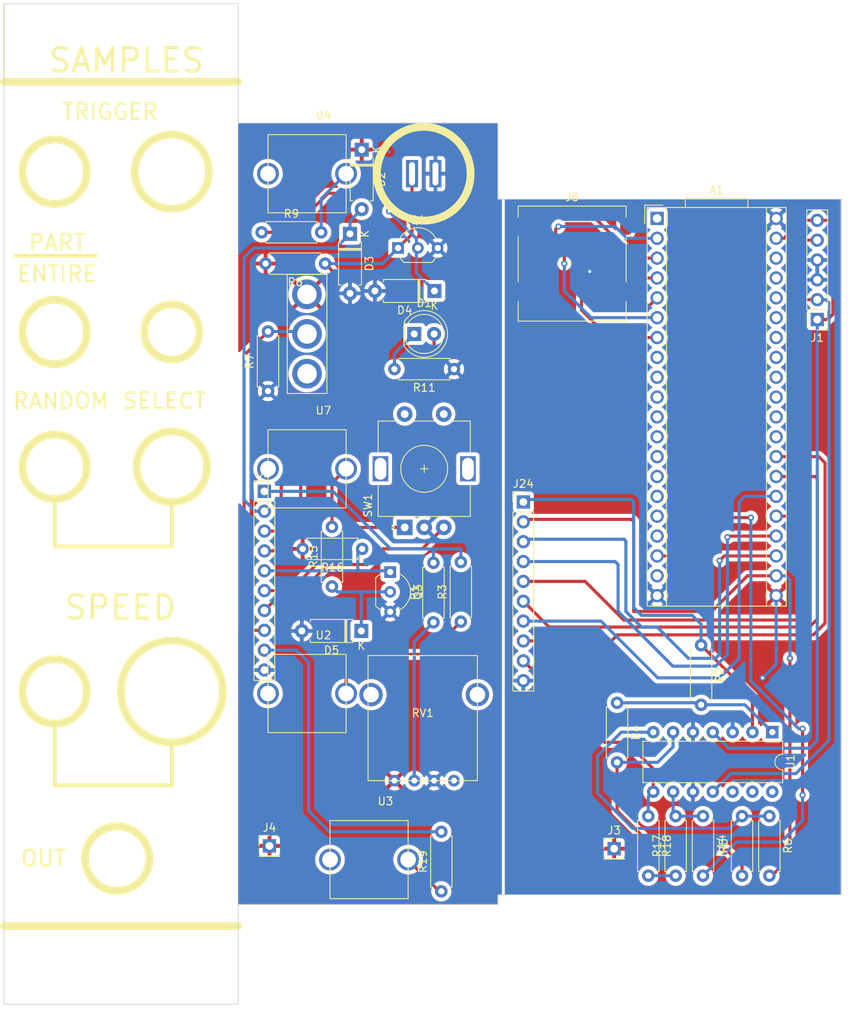
<source format=kicad_pcb>
(kicad_pcb (version 20221018) (generator pcbnew)
  (layers (0 "F.Cu" signal) (31 "B.Cu" signal) (34 "B.Paste" user) (35 "F.Paste" user) (36 "B.SilkS" user "B.Silkscreen") (37 "F.SilkS" user "F.Silkscreen") (38 "B.Mask" user) (39 "F.Mask" user) (44 "Edge.Cuts" user))
  (net 0 "")
  (net 5 "D3")
  (net 6 "D2")
  (net 7 "D1")
  (net 8 "D0")
  (net 9 "SCD")
  (net 10 "SCLK")
  (net 20 "AUD")
  (net 21 "GND")
  (net 22 "+3V3")
  (net 23 "CV")
  (net 24 "PLAY")
  (net 25 "LED")
  (net 26 "RND")
  (net 27 "ENCB")
  (net 28 "ENCA")
  (net 29 "LENGTH")
  (net 40 "+12V")
  (net 41 "Net-(D1-K)")
  (net 42 "Net-(D4-K)")
  (net 43 "Net-(D5-K)")
  (net 44 "Net-(R1-Pad1)")
  (net 45 "Net-(R2-Pad2)")
  (net 46 "Net-(R3-Pad1)")
  (net 47 "Net-(R5-Pad2)")
  (net 48 "Net-(R9-Pad2)")
  (net 49 "Net-(R15-Pad2)")
  (net 50 "-12V")
  (net 51 "SUM")
  (net 55 "Net-(U1B--)")
  (net 56 "Net-(U1C--)")
  (net 57 "Net-(R17-Pad1)")
  (net 58 "Net-(R19-Pad1)")
  (net 62 "OUT")
  (footprint "Rotary_Encoder:RotaryEncoder_Alps_EC11E-Switch_Vertical_H20mm" (layer "F.Cu") (at 154.81 96 90)
    (fp_text reference "SW1")
    (fp_text value "RotaryEncoder_Switch")
  )
  (footprint "Resistor_THT:R_Axial_DIN0207_L6.3mm_D2.5mm_P7.62mm_Horizontal" (layer "F.Cu") (at 159.5 142.56 90)
    (fp_text reference "R19")
    (fp_text value "~")
  )
  (footprint "Diode_THT:D_A-405_P7.62mm_Horizontal" (layer "F.Cu") (at 158.62 65.75 180)
    (fp_text reference "D4")
    (fp_text value "D")
  )
  (footprint "Library:3mm5 Mono Aux" (layer "F.Cu") (at 142.31 117.25)
    (fp_text reference "U2")
    (fp_text value "Aux_flush")
  )
  (footprint "clipboard:74805fae-f8ec-4379-b5cc-f4b48c647c86" (layer "F.Cu") (at 110 71)
    (fp_text reference "")
    (fp_text value "")
  )
  (footprint "Connector_PinHeader_2.54mm:PinHeader_1x01_P2.54mm_Vertical" (layer "F.Cu") (at 137.5 136.75)
    (fp_text reference "J4")
    (fp_text value "Conn_01x01_Pin")
  )
  (footprint "Package_DIP:DIP-14_W7.62mm" (layer "F.Cu") (at 201.875 122.2 -90)
    (fp_text reference "U1")
    (fp_text value "TL074")
  )
  (footprint "Connector_PinHeader_2.54mm:PinHeader_1x10_P2.54mm_Vertical" (layer "F.Cu") (at 170 92.75)
    (fp_text reference "J24")
    (fp_text value "Conn_01x10_Pin")
  )
  (footprint "Library:PushButton" (layer "F.Cu") (at 157.25 50.75)
    (fp_text reference "SW2" hide)
    (fp_text value "SW_Push")
  )
  (footprint "clipboard:74805fae-f8ec-4379-b5cc-f4b48c647c86" (layer "F.Cu") (at 110 117)
    (fp_text reference "")
    (fp_text value "")
  )
  (footprint "Resistor_THT:R_Axial_DIN0207_L6.3mm_D2.5mm_P7.62mm_Horizontal" (layer "F.Cu") (at 144.62 62.25 180)
    (fp_text reference "R8")
    (fp_text value "10k")
  )
  (footprint "Connector_PinHeader_2.54mm:PinHeader_1x06_P2.54mm_Vertical" (layer "F.Cu") (at 207.63 69.41 180)
    (fp_text reference "J1")
    (fp_text value "Conn_01x06_Pin")
  )
  (footprint "clipboard:74805fae-f8ec-4379-b5cc-f4b48c647c86" (layer "F.Cu") (at 110 50.5)
    (fp_text reference "")
    (fp_text value "")
  )
  (footprint "Resistor_THT:R_Axial_DIN0207_L6.3mm_D2.5mm_P7.62mm_Horizontal" (layer "F.Cu") (at 182 118.44 -90)
    (fp_text reference "R4")
    (fp_text value "100k")
  )
  (footprint "Resistor_THT:R_Axial_DIN0207_L6.3mm_D2.5mm_P7.62mm_Horizontal" (layer "F.Cu") (at 186 132.94 -90)
    (fp_text reference "R18")
    (fp_text value "~")
  )
  (footprint "Resistor_THT:R_Axial_DIN0207_L6.3mm_D2.5mm_P7.62mm_Horizontal" (layer "F.Cu") (at 162 108.06 90)
    (fp_text reference "R3")
    (fp_text value "200k")
  )
  (footprint "clipboard:74805fae-f8ec-4379-b5cc-f4b48c647c86" (layer "F.Cu") (at 110 88.25)
    (fp_text reference "")
    (fp_text value "")
  )
  (footprint "Diode_THT:D_A-405_P7.62mm_Horizontal" (layer "F.Cu") (at 147.81 58.44 -90)
    (fp_text reference "D3")
    (fp_text value "D")
  )
  (footprint "Resistor_THT:R_Axial_DIN0207_L6.3mm_D2.5mm_P7.62mm_Horizontal" (layer "F.Cu") (at 189.5 140.56 90)
    (fp_text reference "R17")
    (fp_text value "~")
  )
  (footprint "Resistor_THT:R_Axial_DIN0207_L6.3mm_D2.5mm_P7.62mm_Horizontal" (layer "F.Cu") (at 158.49 108.15 90)
    (fp_text reference "R1")
    (fp_text value "100k")
  )
  (footprint "clipboard:dd94e84d-c41f-4ebe-a126-e1274613f3e8" (layer "F.Cu") (at 125 71)
    (fp_text reference "")
    (fp_text value "")
  )
  (footprint "Diode_THT:D_A-405_P7.62mm_Horizontal" (layer "F.Cu") (at 149.31 47.67 -90)
    (fp_text reference "D2")
    (fp_text value "D")
  )
  (footprint "Package_TO_SOT_THT:TO-92_Inline_Wide" (layer "F.Cu") (at 153.96 60.25)
    (fp_text reference "Q1")
    (fp_text value "BC547")
  )
  (footprint "clipboard:74805fae-f8ec-4379-b5cc-f4b48c647c86" (layer "F.Cu") (at 125 88.25)
    (fp_text reference "")
    (fp_text value "")
  )
  (footprint "Resistor_THT:R_Axial_DIN0207_L6.3mm_D2.5mm_P7.62mm_Horizontal" (layer "F.Cu") (at 137.31 78.56 90)
    (fp_text reference "R7")
    (fp_text value "10k")
  )
  (footprint "Resistor_THT:R_Axial_DIN0207_L6.3mm_D2.5mm_P7.62mm_Horizontal" (layer "F.Cu") (at 201.5 132.94 -90)
    (fp_text reference "R6")
    (fp_text value "4k7")
  )
  (footprint "Library:3mm5 Mono Aux" (layer "F.Cu") (at 150.25 138.5)
    (fp_text reference "U3")
    (fp_text value "Aux_flush")
  )
  (footprint "clipboard:74805fae-f8ec-4379-b5cc-f4b48c647c86" (layer "F.Cu") (at 118 138.376894)
    (fp_text reference "")
    (fp_text value "")
  )
  (footprint "Resistor_THT:R_Axial_DIN0207_L6.3mm_D2.5mm_P7.62mm_Horizontal" (layer "F.Cu") (at 149.37 98.75 180)
    (fp_text reference "R16")
    (fp_text value "10k")
  )
  (footprint "Library:AlpsPot" (layer "F.Cu") (at 153.5 128.399)
    (fp_text reference "RV1")
    (fp_text value "R_Potentiometer")
  )
  (footprint "clipboard:f214a7af-ed34-4835-940d-df704009b690" (layer "F.Cu") (at 125 50.5)
    (fp_text reference "")
    (fp_text value "")
  )
  (footprint "Library:3mm5 Mono Aux" (layer "F.Cu") (at 142.31 88.5)
    (fp_text reference "U7")
    (fp_text value "Aux_flush")
  )
  (footprint "MountingHole:MountingHole_3.2mm_M3" (layer "F.Cu") (at 119 32)
    (fp_text reference "REF**" hide)
    (fp_text value "MountingHole_3.2mm_M3")
  )
  (footprint "clipboard:f20df59b-d801-4dd6-aaf7-d54b16c17273" (layer "F.Cu") (at 125 117)
    (fp_text reference "")
    (fp_text value "")
  )
  (footprint "Resistor_THT:R_Axial_DIN0207_L6.3mm_D2.5mm_P7.62mm_Horizontal" (layer "F.Cu") (at 161.12 75.75 180)
    (fp_text reference "R11")
    (fp_text value "1k")
  )
  (footprint "Library:Switch" (layer "F.Cu") (at 144.85 71.25 90)
    (fp_text reference "U6" hide)
    (fp_text value "Switch")
  )
  (footprint "Connector_Card:microSD_HC_Molex_47219-2001" (layer "F.Cu") (at 176.25 62.25)
    (fp_text reference "J6")
    (fp_text value "Micro_SD_Card")
  )
  (footprint "Resistor_THT:R_Axial_DIN0207_L6.3mm_D2.5mm_P7.62mm_Horizontal" (layer "F.Cu") (at 136.5 58.25)
    (fp_text reference "R9")
    (fp_text value "10k")
  )
  (footprint "Module:Electrosmith_Daisy_Seed" (layer "F.Cu") (at 187.13 56.47)
    (fp_text reference "A1")
    (fp_text value "Electrosmith_Daisy_Seed_Rev4")
  )
  (footprint "Resistor_THT:R_Axial_DIN0207_L6.3mm_D2.5mm_P7.62mm_Horizontal" (layer "F.Cu") (at 145.5 103.56 90)
    (fp_text reference "R15")
    (fp_text value "10k")
  )
  (footprint "LED_THT:LED_D5.0mm" (layer "F.Cu") (at 156.035 71.25)
    (fp_text reference "D1")
    (fp_text value "LED")
  )
  (footprint "Library:3mm5 Mono Aux" (layer "F.Cu") (at 142.31 50.75)
    (fp_text reference "U4")
    (fp_text value "Aux_flush")
  )
  (footprint "Resistor_THT:R_Axial_DIN0207_L6.3mm_D2.5mm_P7.62mm_Horizontal" (layer "F.Cu") (at 198 140.56 90)
    (fp_text reference "R5")
    (fp_text value "100k")
  )
  (footprint "Connector_PinHeader_2.54mm:PinHeader_1x10_P2.54mm_Vertical" (layer "F.Cu") (at 136.85 91.39)
    (fp_text reference "J2")
    (fp_text value "Conn_01x10_Pin")
  )
  (footprint "Connector_PinHeader_2.54mm:PinHeader_1x01_P2.54mm_Vertical" (layer "F.Cu") (at 181.63 137.1)
    (fp_text reference "J3")
    (fp_text value "Conn_01x01_Pin")
  )
  (footprint "MountingHole:MountingHole_3.2mm_M3" (layer "F.Cu") (at 119 154.5)
    (fp_text reference "REF**" hide)
    (fp_text value "MountingHole_3.2mm_M3")
  )
  (footprint "Resistor_THT:R_Axial_DIN0207_L6.3mm_D2.5mm_P7.62mm_Horizontal" (layer "F.Cu") (at 193 132.94 -90)
    (fp_text reference "R14")
    (fp_text value "~")
  )
  (footprint "Package_TO_SOT_THT:TO-92_Inline_Wide" (layer "F.Cu") (at 152.95 101.71 -90)
    (fp_text reference "Q3")
    (fp_text value "BC547")
  )
  (footprint "Resistor_THT:R_Axial_DIN0207_L6.3mm_D2.5mm_P7.62mm_Horizontal" (layer "F.Cu") (at 192.76 111.075 -90)
    (fp_text reference "R2")
    (fp_text value "100k")
  )
  (footprint "Diode_THT:D_A-405_P7.62mm_Horizontal" (layer "F.Cu") (at 149.26 109.25 180)
    (fp_text reference "D5")
    (fp_text value "D")
  )
  (gr_line (start 110 98.440341) (end 110 92.559659) (stroke (width 0.5)) (layer "F.SilkS"))
  (gr_line (start 110 129) (end 125 129) (stroke (width 0.5)) (layer "F.SilkS"))
  (gr_circle (center 110 71) (end 114.123106 71) (stroke (width 1)) (fill none) (layer "F.SilkS"))
  (gr_line (start 125 98.440341) (end 125 92.756939) (stroke (width 0.5)) (layer "F.SilkS"))
  (gr_line (start 125 129) (end 125 123.519202) (stroke (width 0.5)) (layer "F.SilkS"))
  (gr_line (start 110 129) (end 110 120.873106) (stroke (width 0.5)) (layer "F.SilkS"))
  (gr_circle (center 110 117) (end 114.123106 117) (stroke (width 1)) (fill none) (layer "F.SilkS"))
  (gr_circle (center 125 71) (end 128.5 71.5) (stroke (width 1)) (fill none) (layer "F.SilkS"))
  (gr_line (start 103.5 39) (end 133.5 39) (stroke (width 1)) (layer "F.SilkS"))
  (gr_line (start 105 61.25) (end 115.25 61.25) (stroke (width 0.5)) (layer "F.SilkS"))
  (gr_circle (center 110 50.5) (end 114.123106 50.5) (stroke (width 1)) (fill none) (layer "F.SilkS"))
  (gr_line (start 133.5 147) (end 103.5 147) (stroke (width 1)) (layer "F.SilkS"))
  (gr_circle (center 125 117) (end 131.5 116.5) (stroke (width 1)) (fill none) (layer "F.SilkS"))
  (gr_line (start 110 98.440341) (end 125 98.440341) (stroke (width 0.5)) (layer "F.SilkS"))
  (gr_circle (center 118 138.376894) (end 122.123106 138.376894) (stroke (width 1)) (fill none) (layer "F.SilkS"))
  (gr_circle (center 110 88.25) (end 114.123106 88.25) (stroke (width 1)) (fill none) (layer "F.SilkS"))
  (gr_circle (center 125 50.5) (end 129.743416 50.5) (stroke (width 1)) (fill none) (layer "F.SilkS"))
  (gr_circle (center 125 88.25) (end 129.5 88.5) (stroke (width 1)) (fill none) (layer "F.SilkS"))
  (gr_line (start 103.5 29) (end 103.5 39) (stroke (width 0.15)) (layer "F.SilkS"))
  (gr_line (start 210.75 54) (end 210.75 143) (stroke (width 0.1)) (layer "Edge.Cuts"))
  (gr_line (start 166.75 44.25) (end 166.75 54) (stroke (width 0.1)) (layer "Edge.Cuts"))
  (gr_line (start 133.5 157) (end 103.5 157) (stroke (width 0.1)) (layer "Edge.Cuts"))
  (gr_line (start 166.75 143) (end 166.75 144.25) (stroke (width 0.1)) (layer "Edge.Cuts"))
  (gr_line (start 166.75 54) (end 210.75 54) (stroke (width 0.1)) (layer "Edge.Cuts"))
  (gr_line (start 133.5 144.25) (end 133.5 157) (stroke (width 0.1)) (layer "Edge.Cuts"))
  (gr_line (start 133.5 29) (end 133.5 44.25) (stroke (width 0.1)) (layer "Edge.Cuts"))
  (gr_line (start 103.5 157) (end 103.5 29) (stroke (width 0.1)) (layer "Edge.Cuts"))
  (gr_line (start 166.75 144.25) (end 133.5 144.25) (stroke (width 0.1)) (layer "Edge.Cuts"))
  (gr_line (start 210.75 143) (end 166.75 143) (stroke (width 0.1)) (layer "Edge.Cuts"))
  (gr_line (start 103.5 29) (end 133.5 29) (stroke (width 0.1)) (layer "Edge.Cuts"))
  (gr_line (start 133.5 44.25) (end 166.75 44.25) (stroke (width 0.1)) (layer "Edge.Cuts"))
  (gr_text "SPEED" (at 111 108) (layer "F.SilkS") (effects (font (size 3 3) (thickness 0.4)) (justify left bottom)))
  (gr_text "SELECT" (at 118.5 81) (layer "F.SilkS") (effects (font (size 2 2) (thickness 0.3)) (justify left bottom)))
  (gr_text "RANDOM" (at 104.5 81) (layer "F.SilkS") (effects (font (size 2 2) (thickness 0.3)) (justify left bottom)))
  (gr_text "ENTIRE\n" (at 105 64.75) (layer "F.SilkS") (effects (font (size 2 2) (thickness 0.3)) (justify left bottom)))
  (gr_text "TRIGGER" (at 110.75 44) (layer "F.SilkS") (effects (font (size 2 2) (thickness 0.3)) (justify left bottom)))
  (gr_text "SAMPLES\n" (at 109 38) (layer "F.SilkS") (effects (font (size 3 3) (thickness 0.4)) (justify left bottom)))
  (gr_text "OUT\n" (at 105.5 139.5) (layer "F.SilkS") (effects (font (size 2 2) (thickness 0.3)) (justify left bottom)))
  (gr_text "PART\n" (at 106.5 60.75) (layer "F.SilkS") (effects (font (size 2 2) (thickness 0.3)) (justify left bottom)))
  (segment (start 152.075 47.205) (end 152.81 47.94) (width 0.4) (layer "B.Cu") (net 0))
  (segment (start 174.145 60.15) (end 174.145 57.855) (width 0.4) (layer "F.Cu") (net 5))
  (segment (start 174.145 57.855) (end 174.5 57.5) (width 0.4) (layer "F.Cu") (net 5))
  (via (at 174.5 57.5) (size 0.8) (drill 0.4) (layers "F.Cu" "B.Cu") (net 5))
  (segment (start 181.75 57.5) (end 174.5 57.5) (width 0.4) (layer "B.Cu") (net 5))
  (segment (start 187.13 59.01) (end 183.26 59.01) (width 0.4) (layer "B.Cu") (net 5))
  (segment (start 183.26 59.01) (end 181.75 57.5) (width 0.4) (layer "B.Cu") (net 5))
  (segment (start 173.045 60.15) (end 173.045 57.455) (width 0.4) (layer "F.Cu") (net 6))
  (segment (start 179 56.25) (end 183.5 60.75) (width 0.4) (layer "F.Cu") (net 6))
  (segment (start 183.5 60.75) (end 183.5 61.5) (width 0.4) (layer "F.Cu") (net 6))
  (segment (start 183.5 61.5) (end 183.55 61.55) (width 0.4) (layer "F.Cu") (net 6))
  (segment (start 183.55 61.55) (end 187.13 61.55) (width 0.4) (layer "F.Cu") (net 6))
  (segment (start 174.25 56.25) (end 179 56.25) (width 0.4) (layer "F.Cu") (net 6))
  (segment (start 173.045 57.455) (end 174.25 56.25) (width 0.4) (layer "F.Cu") (net 6))
  (segment (start 180.745 60.15) (end 180.745 62.495) (width 0.4) (layer "F.Cu") (net 7))
  (segment (start 180.745 62.495) (end 182.34 64.09) (width 0.4) (layer "F.Cu") (net 7))
  (segment (start 182.34 64.09) (end 187.13 64.09) (width 0.4) (layer "F.Cu") (net 7))
  (segment (start 179.645 60.15) (end 179.645 66.895) (width 0.4) (layer "F.Cu") (net 8))
  (segment (start 180.5 67.75) (end 186.01 67.75) (width 0.4) (layer "F.Cu") (net 8))
  (segment (start 186.01 67.75) (end 187.13 66.63) (width 0.4) (layer "F.Cu") (net 8))
  (segment (start 179.645 66.895) (end 180.5 67.75) (width 0.4) (layer "F.Cu") (net 8))
  (segment (start 175.245 62.245) (end 175.25 62.25) (width 0.4) (layer "F.Cu") (net 9))
  (segment (start 175.245 60.15) (end 175.245 62.245) (width 0.4) (layer "F.Cu") (net 9))
  (via (at 175.25 62.25) (size 0.8) (drill 0.4) (layers "F.Cu" "B.Cu") (net 9))
  (segment (start 187.13 69.17) (end 178.67 69.17) (width 0.4) (layer "B.Cu") (net 9))
  (segment (start 178.67 69.17) (end 175.25 65.75) (width 0.4) (layer "B.Cu") (net 9))
  (segment (start 175.25 65.75) (end 175.25 62.25) (width 0.4) (layer "B.Cu") (net 9))
  (segment (start 180.96 71.71) (end 187.13 71.71) (width 0.4) (layer "F.Cu") (net 10))
  (segment (start 177.445 68.195) (end 180.96 71.71) (width 0.4) (layer "F.Cu") (net 10))
  (segment (start 177.445 60.15) (end 177.445 68.195) (width 0.4) (layer "F.Cu") (net 10))
  (segment (start 205.75 121.75) (end 205.75 130.25) (width 0.4) (layer "F.Cu") (net 20))
  (segment (start 190.23 99.65) (end 195.13 94.75) (width 0.4) (layer "F.Cu") (net 20))
  (segment (start 195.13 94.75) (end 199.13 94.75) (width 0.4) (layer "F.Cu") (net 20))
  (segment (start 187.13 99.65) (end 190.23 99.65) (width 0.4) (layer "F.Cu") (net 20))
  (via (at 199.13 94.75) (size 0.8) (drill 0.4) (layers "F.Cu" "B.Cu") (net 20))
  (via (at 205.75 130.25) (size 0.8) (drill 0.4) (layers "F.Cu" "B.Cu") (net 20))
  (via (at 205.75 121.75) (size 0.8) (drill 0.4) (layers "F.Cu" "B.Cu") (net 20))
  (segment (start 193 140.56) (end 197.31 136.25) (width 0.4) (layer "B.Cu") (net 20))
  (segment (start 205.75 133.5) (end 205.75 130.25) (width 0.4) (layer "B.Cu") (net 20))
  (segment (start 197.31 136.25) (end 203 136.25) (width 0.4) (layer "B.Cu") (net 20))
  (segment (start 205 121.5) (end 205.25 121.75) (width 0.4) (layer "B.Cu") (net 20))
  (segment (start 203 136.25) (end 205.75 133.5) (width 0.4) (layer "B.Cu") (net 20))
  (segment (start 205.25 121.75) (end 205.75 121.75) (width 0.4) (layer "B.Cu") (net 20))
  (segment (start 199.13 113.25) (end 199.13 115.63) (width 0.4) (layer "B.Cu") (net 20))
  (segment (start 199.13 113.25) (end 199.13 94.75) (width 0.4) (layer "B.Cu") (net 20))
  (segment (start 199.13 115.63) (end 205 121.5) (width 0.4) (layer "B.Cu") (net 20))
  (segment (start 178.545 60.15) (end 178.545 63.205) (width 0.4) (layer "F.Cu") (net 21))
  (segment (start 158.75 49.762) (end 158.75 50.75) (width 0.4) (layer "F.Cu") (net 21))
  (segment (start 178.545 63.205) (end 178.5 63.25) (width 0.4) (layer "F.Cu") (net 21))
  (segment (start 191.715 129.82) (end 191.715 122.2) (width 0.4) (layer "F.Cu") (net 21))
  (via (at 178.5 63.25) (size 0.8) (drill 0.4) (layers "F.Cu" "B.Cu") (net 21))
  (via (at 200.63 115.25) (size 0.8) (drill 0.4) (layers "F.Cu" "B.Cu") (net 22))
  (segment (start 202.37 113.51) (end 200.63 115.25) (width 0.4) (layer "B.Cu") (net 22))
  (segment (start 202.37 104.73) (end 202.37 113.51) (width 0.4) (layer "B.Cu") (net 22))
  (segment (start 184.13 106.75) (end 194.13 106.75) (width 0.4) (layer "F.Cu") (net 23))
  (segment (start 201.685 140.695) (end 204.13 138.25) (width 0.4) (layer "F.Cu") (net 23))
  (segment (start 170.32 94.97) (end 183.85 94.97) (width 0.4) (layer "F.Cu") (net 23))
  (segment (start 170 95.29) (end 170.32 94.97) (width 0.4) (layer "F.Cu") (net 23))
  (segment (start 194.13 106.75) (end 198.69 102.19) (width 0.4) (layer "F.Cu") (net 23))
  (segment (start 184.13 95.25) (end 184.13 106.75) (width 0.4) (layer "F.Cu") (net 23))
  (segment (start 183.85 94.97) (end 184.13 95.25) (width 0.4) (layer "F.Cu") (net 23))
  (segment (start 198.69 102.19) (end 202.37 102.19) (width 0.4) (layer "F.Cu") (net 23))
  (segment (start 204.13 138.25) (end 204.13 112.75) (width 0.4) (layer "F.Cu") (net 23))
  (via (at 204.13 112.75) (size 0.8) (drill 0.4) (layers "F.Cu" "B.Cu") (net 23))
  (segment (start 146 60.25) (end 135.5 60.25) (width 0.4) (layer "B.Cu") (net 23))
  (segment (start 203.57 102.19) (end 204.13 102.75) (width 0.4) (layer "B.Cu") (net 23))
  (segment (start 147.81 58.44) (end 146 60.25) (width 0.4) (layer "B.Cu") (net 23))
  (segment (start 202.37 102.19) (end 203.57 102.19) (width 0.4) (layer "B.Cu") (net 23))
  (segment (start 204.13 102.75) (end 204.13 112.75) (width 0.4) (layer "B.Cu") (net 23))
  (segment (start 135.5 60.25) (end 134.25 61.5) (width 0.4) (layer "B.Cu") (net 23))
  (segment (start 147.81 58.44) (end 147.81 56.79) (width 0.4) (layer "B.Cu") (net 23))
  (segment (start 134.25 92.5) (end 135.68 93.93) (width 0.4) (layer "B.Cu") (net 23))
  (segment (start 147.81 56.79) (end 149.31 55.29) (width 0.4) (layer "B.Cu") (net 23))
  (segment (start 135.68 93.93) (end 136.85 93.93) (width 0.4) (layer "B.Cu") (net 23))
  (segment (start 134.25 61.5) (end 134.25 92.5) (width 0.4) (layer "B.Cu") (net 23))
  (segment (start 145.5 81.25) (end 145.5 63.13) (width 0.4) (layer "F.Cu") (net 24))
  (segment (start 140 82.25) (end 141 81.25) (width 0.4) (layer "F.Cu") (net 24))
  (segment (start 136.85 96.47) (end 136.85 96.414415) (width 0.4) (layer "F.Cu") (net 24))
  (segment (start 141 81.25) (end 145.5 81.25) (width 0.4) (layer "F.Cu") (net 24))
  (segment (start 138.78 96.47) (end 139 96.25) (width 0.4) (layer "F.Cu") (net 24))
  (segment (start 139 96.25) (end 139 90.75) (width 0.4) (layer "F.Cu") (net 24))
  (segment (start 155.75 50.75) (end 155.75 58.46) (width 0.4) (layer "F.Cu") (net 24))
  (segment (start 140 89.75) (end 140 82.25) (width 0.4) (layer "F.Cu") (net 24))
  (segment (start 145.5 63.13) (end 144.62 62.25) (width 0.4) (layer "F.Cu") (net 24))
  (segment (start 195.73 99.65) (end 195.13 100.25) (width 0.4) (layer "F.Cu") (net 24))
  (segment (start 202.37 99.65) (end 195.73 99.65) (width 0.4) (layer "F.Cu") (net 24))
  (segment (start 139 90.75) (end 140 89.75) (width 0.4) (layer "F.Cu") (net 24))
  (segment (start 136.85 96.47) (end 138.78 96.47) (width 0.4) (layer "F.Cu") (net 24))
  (segment (start 155.75 58.46) (end 153.96 60.25) (width 0.4) (layer "F.Cu") (net 24))
  (via (at 195.13 100.25) (size 0.8) (drill 0.4) (layers "F.Cu" "B.Cu") (net 24))
  (segment (start 170.32 97.51) (end 182.89 97.51) (width 0.4) (layer "B.Cu") (net 24))
  (segment (start 182.89 97.51) (end 183.13 97.75) (width 0.4) (layer "B.Cu") (net 24))
  (segment (start 151.96 62.25) (end 153.96 60.25) (width 0.4) (layer "B.Cu") (net 24))
  (segment (start 195.13 112.25) (end 195.13 100.25) (width 0.4) (layer "B.Cu") (net 24))
  (segment (start 191.13 112.75) (end 194.63 112.75) (width 0.4) (layer "B.Cu") (net 24))
  (segment (start 194.63 112.75) (end 195.13 112.25) (width 0.4) (layer "B.Cu") (net 24))
  (segment (start 187.13 108.75) (end 191.13 112.75) (width 0.4) (layer "B.Cu") (net 24))
  (segment (start 183.13 106.75) (end 185.13 108.75) (width 0.4) (layer "B.Cu") (net 24))
  (segment (start 144.62 62.25) (end 151.96 62.25) (width 0.4) (layer "B.Cu") (net 24))
  (segment (start 170 97.83) (end 170.32 97.51) (width 0.4) (layer "B.Cu") (net 24))
  (segment (start 183.13 97.75) (end 183.13 106.75) (width 0.4) (layer "B.Cu") (net 24))
  (segment (start 185.13 108.75) (end 187.13 108.75) (width 0.4) (layer "B.Cu") (net 24))
  (segment (start 141.5 82.75) (end 149.69 82.75) (width 0.4) (layer "F.Cu") (net 25))
  (segment (start 138.052081 99.01) (end 141.5 95.562081) (width 0.4) (layer "F.Cu") (net 25))
  (segment (start 136.85 99.01) (end 138.052081 99.01) (width 0.4) (layer "F.Cu") (net 25))
  (segment (start 196.27 97.11) (end 202.37 97.11) (width 0.4) (layer "F.Cu") (net 25))
  (segment (start 149.69 82.75) (end 158.575 73.865) (width 0.4) (layer "F.Cu") (net 25))
  (segment (start 196.13 97.25) (end 196.27 97.11) (width 0.4) (layer "F.Cu") (net 25))
  (segment (start 158.575 73.865) (end 158.575 71.25) (width 0.4) (layer "F.Cu") (net 25))
  (segment (start 141.5 95.562081) (end 141.5 82.75) (width 0.4) (layer "F.Cu") (net 25))
  (via (at 196.13 97.25) (size 0.8) (drill 0.4) (layers "F.Cu" "B.Cu") (net 25))
  (segment (start 189.13 113.75) (end 182.13 106.75) (width 0.4) (layer "B.Cu") (net 25))
  (segment (start 181.75 100.37) (end 170 100.37) (width 0.4) (layer "B.Cu") (net 25))
  (segment (start 182.13 106.75) (end 182.13 100.75) (width 0.4) (layer "B.Cu") (net 25))
  (segment (start 196.13 112.25) (end 194.63 113.75) (width 0.4) (layer "B.Cu") (net 25))
  (segment (start 194.63 113.75) (end 189.13 113.75) (width 0.4) (layer "B.Cu") (net 25))
  (segment (start 182.13 100.75) (end 181.75 100.37) (width 0.4) (layer "B.Cu") (net 25))
  (segment (start 196.13 97.25) (end 196.13 112.25) (width 0.4) (layer "B.Cu") (net 25))
  (segment (start 206.13 94.75) (end 205.95 94.57) (width 0.4) (layer "F.Cu") (net 26))
  (segment (start 170 102.91) (end 177.91 102.91) (width 0.4) (layer "F.Cu") (net 26))
  (segment (start 206.03 107.85) (end 206.13 107.75) (width 0.4) (layer "F.Cu") (net 26))
  (segment (start 182.85 107.85) (end 206.03 107.85) (width 0.4) (layer "F.Cu") (net 26))
  (segment (start 206.13 107.75) (end 206.13 94.75) (width 0.4) (layer "F.Cu") (net 26))
  (segment (start 177.91 102.91) (end 182.85 107.85) (width 0.4) (layer "F.Cu") (net 26))
  (segment (start 205.95 94.57) (end 202.37 94.57) (width 0.4) (layer "F.Cu") (net 26))
  (segment (start 136.85 101.55) (end 149 101.55) (width 0.4) (layer "B.Cu") (net 26))
  (segment (start 148.81 98.75) (end 148.81 101.36) (width 0.4) (layer "B.Cu") (net 26))
  (segment (start 148.81 101.36) (end 149 101.55) (width 0.4) (layer "B.Cu") (net 26))
  (segment (start 152.79 101.55) (end 152.95 101.71) (width 0.4) (layer "B.Cu") (net 26))
  (segment (start 149 101.55) (end 152.79 101.55) (width 0.4) (layer "B.Cu") (net 26))
  (segment (start 145 100.75) (end 150 100.75) (width 0.4) (layer "F.Cu") (net 27))
  (segment (start 152 98.75) (end 157.06 98.75) (width 0.4) (layer "F.Cu") (net 27))
  (segment (start 140.7 105.05) (end 145 100.75) (width 0.4) (layer "F.Cu") (net 27))
  (segment (start 136.85 106.63) (end 138.43 105.05) (width 0.4) (layer "F.Cu") (net 27))
  (segment (start 157.06 98.75) (end 159.81 96) (width 0.4) (layer "F.Cu") (net 27))
  (segment (start 138.43 105.05) (end 140.7 105.05) (width 0.4) (layer "F.Cu") (net 27))
  (segment (start 150 100.75) (end 152 98.75) (width 0.4) (layer "F.Cu") (net 27))
  (segment (start 179.95 107.99) (end 187.21 115.25) (width 0.4) (layer "B.Cu") (net 27))
  (segment (start 197.63 112.75) (end 197.63 92.75) (width 0.4) (layer "B.Cu") (net 27))
  (segment (start 198.35 92.03) (end 202.37 92.03) (width 0.4) (layer "B.Cu") (net 27))
  (segment (start 170 107.99) (end 179.95 107.99) (width 0.4) (layer "B.Cu") (net 27))
  (segment (start 187.21 115.25) (end 195.13 115.25) (width 0.4) (layer "B.Cu") (net 27))
  (segment (start 197.63 92.75) (end 198.35 92.03) (width 0.4) (layer "B.Cu") (net 27))
  (segment (start 195.13 115.25) (end 197.63 112.75) (width 0.4) (layer "B.Cu") (net 27))
  (segment (start 207.63 89.75) (end 207.37 89.49) (width 0.4) (layer "F.Cu") (net 28))
  (segment (start 207.63 107.75) (end 207.63 89.75) (width 0.4) (layer "F.Cu") (net 28))
  (segment (start 148.25 96) (end 140.16 104.09) (width 0.4) (layer "F.Cu") (net 28))
  (segment (start 170 105.45) (end 173.3 108.75) (width 0.4) (layer "F.Cu") (net 28))
  (segment (start 140.16 104.09) (end 136.85 104.09) (width 0.4) (layer "F.Cu") (net 28))
  (segment (start 154.81 96) (end 148.25 96) (width 0.4) (layer "F.Cu") (net 28))
  (segment (start 206.63 108.75) (end 207.63 107.75) (width 0.4) (layer "F.Cu") (net 28))
  (segment (start 173.3 108.75) (end 206.63 108.75) (width 0.4) (layer "F.Cu") (net 28))
  (segment (start 207.37 89.49) (end 202.37 89.49) (width 0.4) (layer "F.Cu") (net 28))
  (segment (start 135.42 109.17) (end 134.25 108) (width 0.4) (layer "F.Cu") (net 29))
  (segment (start 181.27 110.53) (end 182.05 109.75) (width 0.4) (layer "F.Cu") (net 29))
  (segment (start 182.05 109.75) (end 207.13 109.75) (width 0.4) (layer "F.Cu") (net 29))
  (segment (start 134.25 74) (end 137.31 70.94) (width 0.4) (layer "F.Cu") (net 29))
  (segment (start 136.85 109.17) (end 135.42 109.17) (width 0.4) (layer "F.Cu") (net 29))
  (segment (start 208.63 87.75) (end 207.83 86.95) (width 0.4) (layer "F.Cu") (net 29))
  (segment (start 207.83 86.95) (end 202.37 86.95) (width 0.4) (layer "F.Cu") (net 29))
  (segment (start 208.63 108.25) (end 208.63 87.75) (width 0.4) (layer "F.Cu") (net 29))
  (segment (start 207.13 109.75) (end 208.63 108.25) (width 0.4) (layer "F.Cu") (net 29))
  (segment (start 170 110.53) (end 181.27 110.53) (width 0.4) (layer "F.Cu") (net 29))
  (segment (start 134.25 108) (end 134.25 74) (width 0.4) (layer "F.Cu") (net 29))
  (segment (start 137.31 70.94) (end 142 70.94) (width 0.4) (layer "B.Cu") (net 29))
  (segment (start 142 70.94) (end 142.31 71.25) (width 0.4) (layer "B.Cu") (net 29))
  (segment (start 209.63 57.25) (end 209.63 68.75) (width 0.4) (layer "F.Cu") (net 40))
  (segment (start 203.37 59.01) (end 202.37 59.01) (width 0.4) (layer "F.Cu") (net 40))
  (segment (start 209.63 68.75) (end 208.97 69.41) (width 0.4) (layer "F.Cu") (net 40))
  (segment (start 208.97 69.41) (end 207.63 69.41) (width 0.4) (layer "F.Cu") (net 40))
  (segment (start 207.63 56.71) (end 209.09 56.71) (width 0.4) (layer "F.Cu") (net 40))
  (segment (start 205.67 56.71) (end 203.37 59.01) (width 0.4) (layer "F.Cu") (net 40))
  (segment (start 209.09 56.71) (end 209.63 57.25) (width 0.4) (layer "F.Cu") (net 40))
  (segment (start 207.63 56.71) (end 205.67 56.71) (width 0.4) (layer "F.Cu") (net 40))
  (segment (start 196.305 124.25) (end 194.255 122.2) (width 0.4) (layer "B.Cu") (net 40))
  (segment (start 206.63 124.25) (end 196.305 124.25) (width 0.4) (layer "B.Cu") (net 40))
  (segment (start 207.63 69.41) (end 207.63 123.25) (width 0.4) (layer "B.Cu") (net 40))
  (segment (start 207.63 123.25) (end 206.63 124.25) (width 0.4) (layer "B.Cu") (net 40))
  (segment (start 153.5 73.785) (end 156.035 71.25) (width 0.4) (layer "B.Cu") (net 41))
  (segment (start 153.5 75.75) (end 153.5 73.785) (width 0.4) (layer "B.Cu") (net 41))
  (segment (start 145 53.25) (end 140 58.25) (width 0.4) (layer "F.Cu") (net 42))
  (segment (start 152 53.25) (end 145 53.25) (width 0.4) (layer "F.Cu") (net 42))
  (segment (start 152.81 55.56) (end 152.81 54.06) (width 0.4) (layer "F.Cu") (net 42))
  (segment (start 152.81 54.06) (end 152 53.25) (width 0.4) (layer "F.Cu") (net 42))
  (segment (start 140 58.25) (end 136.5 58.25) (width 0.4) (layer "F.Cu") (net 42))
  (via (at 152.81 55.56) (size 0.8) (drill 0.4) (layers "F.Cu" "B.Cu") (net 42))
  (segment (start 152.81 55.56) (end 156.31 59.06) (width 0.4) (layer "B.Cu") (net 42))
  (segment (start 156.31 59.06) (end 156.31 59.98) (width 0.4) (layer "B.Cu") (net 42))
  (segment (start 156.31 63.44) (end 158.62 65.75) (width 0.4) (layer "B.Cu") (net 42))
  (segment (start 156.31 59.98) (end 156.31 63.44) (width 0.4) (layer "B.Cu") (net 42))
  (segment (start 149.26 104.51) (end 149 104.25) (width 0.4) (layer "B.Cu") (net 43))
  (segment (start 152.95 104.25) (end 149 104.25) (width 0.4) (layer "B.Cu") (net 43))
  (segment (start 149.26 109.25) (end 149.26 104.51) (width 0.4) (layer "B.Cu") (net 43))
  (segment (start 146.19 104.25) (end 145.5 103.56) (width 0.4) (layer "B.Cu") (net 43))
  (segment (start 149 104.25) (end 146.19 104.25) (width 0.4) (layer "B.Cu") (net 43))
  (segment (start 156.04 128.399) (end 156.04 110.6) (width 0.4) (layer "B.Cu") (net 44))
  (segment (start 156.04 110.6) (end 158.49 108.15) (width 0.4) (layer "B.Cu") (net 44))
  (segment (start 182 118.44) (end 192.505 118.44) (width 0.4) (layer "B.Cu") (net 45))
  (segment (start 198.37 118.695) (end 201.875 122.2) (width 0.4) (layer "B.Cu") (net 45))
  (segment (start 192.76 118.695) (end 198.37 118.695) (width 0.4) (layer "B.Cu") (net 45))
  (segment (start 192.505 118.44) (end 192.76 118.695) (width 0.4) (layer "B.Cu") (net 45))
  (segment (start 147.31 113.44) (end 148.5 112.25) (width 0.4) (layer "F.Cu") (net 46))
  (segment (start 147.31 117.25) (end 147.31 113.44) (width 0.4) (layer "F.Cu") (net 46))
  (segment (start 148.5 112.25) (end 157.81 112.25) (width 0.4) (layer "F.Cu") (net 46))
  (segment (start 157.81 112.25) (end 162 108.06) (width 0.4) (layer "F.Cu") (net 46))
  (segment (start 197.92 132.86) (end 198 132.94) (width 0.4) (layer "B.Cu") (net 47))
  (segment (start 201.5 132.94) (end 198 132.94) (width 0.4) (layer "B.Cu") (net 47))
  (segment (start 182.55 122.2) (end 179.5 125.25) (width 0.4) (layer "B.Cu") (net 47))
  (segment (start 186.635 122.2) (end 182.55 122.2) (width 0.4) (layer "B.Cu") (net 47))
  (segment (start 184 134.5) (end 196.44 134.5) (width 0.4) (layer "B.Cu") (net 47))
  (segment (start 179.5 125.25) (end 179.5 130) (width 0.4) (layer "B.Cu") (net 47))
  (segment (start 179.5 130) (end 184 134.5) (width 0.4) (layer "B.Cu") (net 47))
  (segment (start 196.44 134.5) (end 198 132.94) (width 0.4) (layer "B.Cu") (net 47))
  (segment (start 144.12 53.94) (end 147.31 50.75) (width 0.4) (layer "B.Cu") (net 48))
  (segment (start 144.12 58.25) (end 144.12 53.94) (width 0.4) (layer "B.Cu") (net 48))
  (segment (start 145.5 90.31) (end 147.31 88.5) (width 0.4) (layer "F.Cu") (net 49))
  (segment (start 145.5 95.94) (end 145.5 90.31) (width 0.4) (layer "F.Cu") (net 49))
  (segment (start 205.63 59.25) (end 207.63 59.25) (width 0.4) (layer "F.Cu") (net 50))
  (segment (start 207.63 66.87) (end 205.25 66.87) (width 0.4) (layer "F.Cu") (net 50))
  (segment (start 205.13 66.75) (end 205.13 59.75) (width 0.4) (layer "F.Cu") (net 50))
  (segment (start 205.25 66.87) (end 205.13 66.75) (width 0.4) (layer "F.Cu") (net 50))
  (segment (start 205.13 59.75) (end 205.63 59.25) (width 0.4) (layer "F.Cu") (net 50))
  (segment (start 204.88 127.5) (end 196.575 127.5) (width 0.4) (layer "B.Cu") (net 50))
  (segment (start 207.63 66.87) (end 208.75 66.87) (width 0.4) (layer "B.Cu") (net 50))
  (segment (start 196.575 127.5) (end 194.255 129.82) (width 0.4) (layer "B.Cu") (net 50))
  (segment (start 209.13 67.25) (end 209.13 123.25) (width 0.4) (layer "B.Cu") (net 50))
  (segment (start 209.13 123.25) (end 204.88 127.5) (width 0.4) (layer "B.Cu") (net 50))
  (segment (start 208.75 66.87) (end 209.13 67.25) (width 0.4) (layer "B.Cu") (net 50))
  (segment (start 199.335 117.65) (end 199.335 122.2) (width 0.4) (layer "F.Cu") (net 51))
  (segment (start 192.76 111.075) (end 199.335 117.65) (width 0.4) (layer "F.Cu") (net 51))
  (segment (start 192.76 108.38) (end 192.76 111.075) (width 0.4) (layer "B.Cu") (net 51))
  (segment (start 170.32 92.43) (end 183.81 92.43) (width 0.4) (layer "B.Cu") (net 51))
  (segment (start 184.13 92.75) (end 184.13 106.25) (width 0.4) (layer "B.Cu") (net 51))
  (segment (start 170 92.75) (end 170.32 92.43) (width 0.4) (layer "B.Cu") (net 51))
  (segment (start 136.85 91.39) (end 145.64 91.39) (width 0.4) (layer "B.Cu") (net 51))
  (segment (start 162 98.75) (end 162 100.44) (width 0.4) (layer "B.Cu") (net 51))
  (segment (start 183.81 92.43) (end 184.13 92.75) (width 0.4) (layer "B.Cu") (net 51))
  (segment (start 191.63 107.25) (end 192.76 108.38) (width 0.4) (layer "B.Cu") (net 51))
  (segment (start 153 98.75) (end 158.5 98.75) (width 0.4) (layer "B.Cu") (net 51))
  (segment (start 145.64 91.39) (end 153 98.75) (width 0.4) (layer "B.Cu") (net 51))
  (segment (start 185.13 107.25) (end 191.63 107.25) (width 0.4) (layer "B.Cu") (net 51))
  (segment (start 184.13 106.25) (end 185.13 107.25) (width 0.4) (layer "B.Cu") (net 51))
  (segment (start 158.5 98.75) (end 162 98.75) (width 0.4) (layer "B.Cu") (net 51))
  (segment (start 158.49 98.76) (end 158.5 98.75) (width 0.4) (layer "B.Cu") (net 51))
  (segment (start 158.49 100.53) (end 158.49 98.76) (width 0.4) (layer "B.Cu") (net 51))
  (segment (start 198 139.25) (end 198 140.56) (width 0.4) (layer "F.Cu") (net 55))
  (segment (start 182 132.25) (end 187 137.25) (width 0.4) (layer "F.Cu") (net 55))
  (segment (start 182 126.06) (end 182 132.25) (width 0.4) (layer "F.Cu") (net 55))
  (segment (start 187 137.25) (end 196 137.25) (width 0.4) (layer "F.Cu") (net 55))
  (segment (start 196 137.25) (end 198 139.25) (width 0.4) (layer "F.Cu") (net 55))
  (segment (start 187.19 126.06) (end 189.175 124.075) (width 0.4) (layer "B.Cu") (net 55))
  (segment (start 182 126.06) (end 187.19 126.06) (width 0.4) (layer "B.Cu") (net 55))
  (segment (start 189.175 124.075) (end 189.175 122.2) (width 0.4) (layer "B.Cu") (net 55))
  (segment (start 189.5 132.94) (end 193 132.94) (width 0.4) (layer "B.Cu") (net 56))
  (segment (start 189.175 129.82) (end 189.175 132.615) (width 0.4) (layer "B.Cu") (net 56))
  (segment (start 189.175 132.615) (end 189.5 132.94) (width 0.4) (layer "B.Cu") (net 56))
  (segment (start 189.5 140.56) (end 186 140.56) (width 0.4) (layer "B.Cu") (net 57))
  (segment (start 155.31 138.626894) (end 159.243106 142.56) (width 0.4) (layer "F.Cu") (net 58))
  (segment (start 159.243106 142.56) (end 159.5 142.56) (width 0.4) (layer "F.Cu") (net 58))
  (segment (start 186.635 126.885) (end 183.25 123.5) (width 0.4) (layer "F.Cu") (net 62))
  (segment (start 183.25 123.5) (end 180.43 123.5) (width 0.4) (layer "F.Cu") (net 62))
  (segment (start 180.43 123.5) (end 170 113.07) (width 0.4) (layer "F.Cu") (net 62))
  (segment (start 186.635 129.82) (end 186.635 126.885) (width 0.4) (layer "F.Cu") (net 62))
  (segment (start 145.19 134.94) (end 142.5 132.25) (width 0.4) (layer "B.Cu") (net 62))
  (segment (start 170 113.07) (end 170.32 112.75) (width 0.4) (layer "B.Cu") (net 62))
  (segment (start 186 130.455) (end 186.635 129.82) (width 0.4) (layer "B.Cu") (net 62))
  (segment (start 159.5 134.94) (end 145.19 134.94) (width 0.4) (layer "B.Cu") (net 62))
  (segment (start 140.96 111.71) (end 136.85 111.71) (width 0.4) (layer "B.Cu") (net 62))
  (segment (start 142.5 132.25) (end 142.5 113.25) (width 0.4) (layer "B.Cu") (net 62))
  (segment (start 186 132.94) (end 186 130.455) (width 0.4) (layer "B.Cu") (net 62))
  (segment (start 142.5 113.25) (end 140.96 111.71) (width 0.4) (layer "B.Cu") (net 62))
  (zone (net 22) (net_name "+3V3") (layer "F.Cu") (connect_pads (clearance 0.5)) (min_thickness 0.25) (fill yes (thermal_gap 0.5) (thermal_bridge_width 0.5))
    (polygon (pts (xy 133.5 44.25) (xy 167.25 44.25) (xy 167.25 144.25) (xy 133.5 144.25)))
  )
  (zone (net 22) (net_name "+3V3") (layer "F.Cu") (connect_pads (clearance 0.5)) (min_thickness 0.25) (fill yes (thermal_gap 0.5) (thermal_bridge_width 0.5))
    (polygon (pts (xy 167.63 54) (xy 210.63 54) (xy 210.63 143) (xy 167.63 143)))
  )
  (zone (net 21) (net_name "GND") (layer "B.Cu") (connect_pads (clearance 0.5)) (min_thickness 0.25) (fill yes (thermal_gap 0.5) (thermal_bridge_width 0.5))
    (polygon (pts (xy 133.5 44.25) (xy 167.25 44.25) (xy 167.25 144.25) (xy 133.5 144.25)))
  )
  (zone (net 21) (net_name "GND") (layer "B.Cu") (connect_pads (clearance 0.5)) (min_thickness 0.25) (fill yes (thermal_gap 0.5) (thermal_bridge_width 0.5))
    (polygon (pts (xy 167.63 54) (xy 210.63 54) (xy 210.63 143) (xy 167.63 143)))
  )
)
</source>
